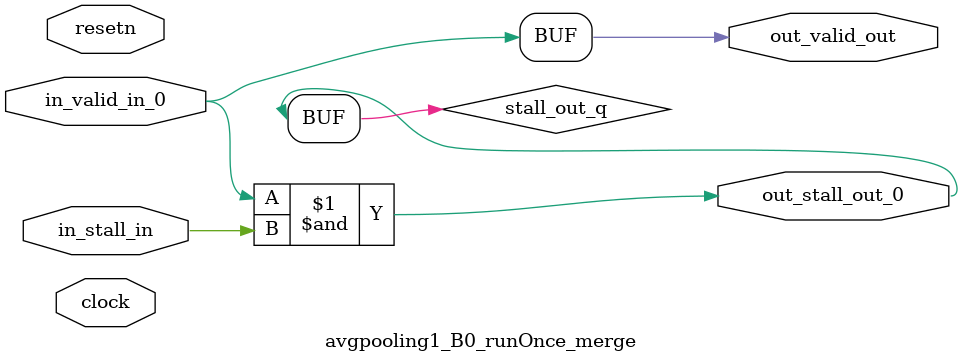
<source format=sv>



(* altera_attribute = "-name AUTO_SHIFT_REGISTER_RECOGNITION OFF; -name MESSAGE_DISABLE 10036; -name MESSAGE_DISABLE 10037; -name MESSAGE_DISABLE 14130; -name MESSAGE_DISABLE 14320; -name MESSAGE_DISABLE 15400; -name MESSAGE_DISABLE 14130; -name MESSAGE_DISABLE 10036; -name MESSAGE_DISABLE 12020; -name MESSAGE_DISABLE 12030; -name MESSAGE_DISABLE 12010; -name MESSAGE_DISABLE 12110; -name MESSAGE_DISABLE 14320; -name MESSAGE_DISABLE 13410; -name MESSAGE_DISABLE 113007; -name MESSAGE_DISABLE 10958" *)
module avgpooling1_B0_runOnce_merge (
    input wire [0:0] in_stall_in,
    input wire [0:0] in_valid_in_0,
    output wire [0:0] out_stall_out_0,
    output wire [0:0] out_valid_out,
    input wire clock,
    input wire resetn
    );

    wire [0:0] stall_out_q;


    // stall_out(LOGICAL,6)
    assign stall_out_q = in_valid_in_0 & in_stall_in;

    // out_stall_out_0(GPOUT,4)
    assign out_stall_out_0 = stall_out_q;

    // out_valid_out(GPOUT,5)
    assign out_valid_out = in_valid_in_0;

endmodule

</source>
